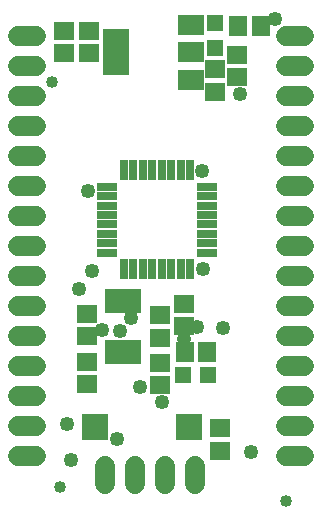
<source format=gbr>
G04 EAGLE Gerber X2 export*
%TF.Part,Single*%
%TF.FileFunction,Soldermask,Top,1*%
%TF.FilePolarity,Positive*%
%TF.GenerationSoftware,Autodesk,EAGLE,9.6.2*%
%TF.CreationDate,2022-05-08T16:50:48Z*%
G75*
%MOMM*%
%FSLAX46Y46*%
%LPD*%
%INSoldermask Top*%
%AMOC8*
5,1,8,0,0,1.08239X$1,22.5*%
G01*
%ADD10R,1.703200X1.503200*%
%ADD11R,1.503200X1.703200*%
%ADD12C,1.727200*%
%ADD13R,1.403200X1.403200*%
%ADD14R,2.203200X2.203200*%
%ADD15R,0.753200X1.703200*%
%ADD16R,1.703200X0.753200*%
%ADD17R,3.153200X2.153200*%
%ADD18C,1.016000*%
%ADD19R,2.203200X1.703200*%
%ADD20R,2.203200X4.003200*%
%ADD21C,1.253200*%


D10*
X18167400Y7402700D03*
X18167400Y5502700D03*
D11*
X17107400Y13852700D03*
X15207400Y13852700D03*
D10*
X6937400Y17112700D03*
X6937400Y15212700D03*
X13127400Y15092700D03*
X13127400Y16992700D03*
X5018400Y41063700D03*
X5018400Y39163700D03*
X17813400Y37821700D03*
X17813400Y35921700D03*
X19668400Y39044700D03*
X19668400Y37144700D03*
X7128400Y41063700D03*
X7128400Y39163700D03*
X15197400Y17962700D03*
X15197400Y16062700D03*
D12*
X16117400Y4194700D02*
X16117400Y2670700D01*
X13577400Y2670700D02*
X13577400Y4194700D01*
X11037400Y4194700D02*
X11037400Y2670700D01*
X8497400Y2670700D02*
X8497400Y4194700D01*
X23826200Y40590800D02*
X25350200Y40590800D01*
X25350200Y38050800D02*
X23826200Y38050800D01*
X23826200Y35510800D02*
X25350200Y35510800D01*
X25350200Y32970800D02*
X23826200Y32970800D01*
X23826200Y30430800D02*
X25350200Y30430800D01*
X25350200Y27890800D02*
X23826200Y27890800D01*
X23826200Y25350800D02*
X25350200Y25350800D01*
X25350200Y22810800D02*
X23826200Y22810800D01*
X23826200Y20270800D02*
X25350200Y20270800D01*
X25350200Y17730800D02*
X23826200Y17730800D01*
X23826200Y15190800D02*
X25350200Y15190800D01*
X25350200Y12650800D02*
X23826200Y12650800D01*
X23826200Y10110800D02*
X25350200Y10110800D01*
X25350200Y7570800D02*
X23826200Y7570800D01*
X23826200Y5030800D02*
X25350200Y5030800D01*
X2616200Y40589200D02*
X1092200Y40589200D01*
X1092200Y38049200D02*
X2616200Y38049200D01*
X2616200Y35509200D02*
X1092200Y35509200D01*
X1092200Y32969200D02*
X2616200Y32969200D01*
X2616200Y30429200D02*
X1092200Y30429200D01*
X1092200Y27889200D02*
X2616200Y27889200D01*
X2616200Y25349200D02*
X1092200Y25349200D01*
X1092200Y22809200D02*
X2616200Y22809200D01*
X2616200Y20269200D02*
X1092200Y20269200D01*
X1092200Y17729200D02*
X2616200Y17729200D01*
X2616200Y15189200D02*
X1092200Y15189200D01*
X1092200Y12649200D02*
X2616200Y12649200D01*
X2616200Y10109200D02*
X1092200Y10109200D01*
X1092200Y7569200D02*
X2616200Y7569200D01*
X2616200Y5029200D02*
X1092200Y5029200D01*
D13*
X15097400Y11962700D03*
X17197400Y11962700D03*
X17799600Y41751300D03*
X17799600Y39651300D03*
D10*
X6947400Y13062700D03*
X6947400Y11162700D03*
D11*
X21641300Y41481400D03*
X19741300Y41481400D03*
D10*
X13087400Y11062700D03*
X13087400Y12962700D03*
D14*
X7587400Y7562700D03*
X15587400Y7562700D03*
D15*
X10067400Y20872700D03*
X10867400Y20872700D03*
X11667400Y20872700D03*
X12467400Y20872700D03*
X13267400Y20872700D03*
X14067400Y20872700D03*
X14867400Y20872700D03*
X15667400Y20872700D03*
D16*
X17067400Y22272700D03*
X17067400Y23072700D03*
X17067400Y23872700D03*
X17067400Y24672700D03*
X17067400Y25472700D03*
X17067400Y26272700D03*
X17067400Y27072700D03*
X17067400Y27872700D03*
D15*
X15667400Y29272700D03*
X14867400Y29272700D03*
X14067400Y29272700D03*
X13267400Y29272700D03*
X12467400Y29272700D03*
X11667400Y29272700D03*
X10867400Y29272700D03*
X10067400Y29272700D03*
D16*
X8667400Y27872700D03*
X8667400Y27072700D03*
X8667400Y26272700D03*
X8667400Y25472700D03*
X8667400Y24672700D03*
X8667400Y23872700D03*
X8667400Y23072700D03*
X8667400Y22272700D03*
D17*
X9957400Y18172700D03*
X9957400Y13872700D03*
D18*
X4621000Y2445000D03*
X23821000Y1292000D03*
X4017000Y36705000D03*
D19*
X15723000Y36943000D03*
X15723000Y39243000D03*
X15723000Y41543000D03*
D20*
X9423000Y39243000D03*
D21*
X20844200Y5412700D03*
X8227400Y15750900D03*
X15197400Y14942700D03*
X16225200Y15982700D03*
X18449600Y15922700D03*
X19939000Y35687000D03*
X22860000Y42037000D03*
X16707400Y29192700D03*
X11417400Y10912700D03*
X13270309Y9645609D03*
X5229975Y7812700D03*
X10667400Y16742700D03*
X7348975Y20733075D03*
X9727400Y15682700D03*
X6237400Y19220700D03*
X7026772Y27522072D03*
X9457400Y6542700D03*
X16787400Y20862700D03*
X5617400Y4752700D03*
M02*

</source>
